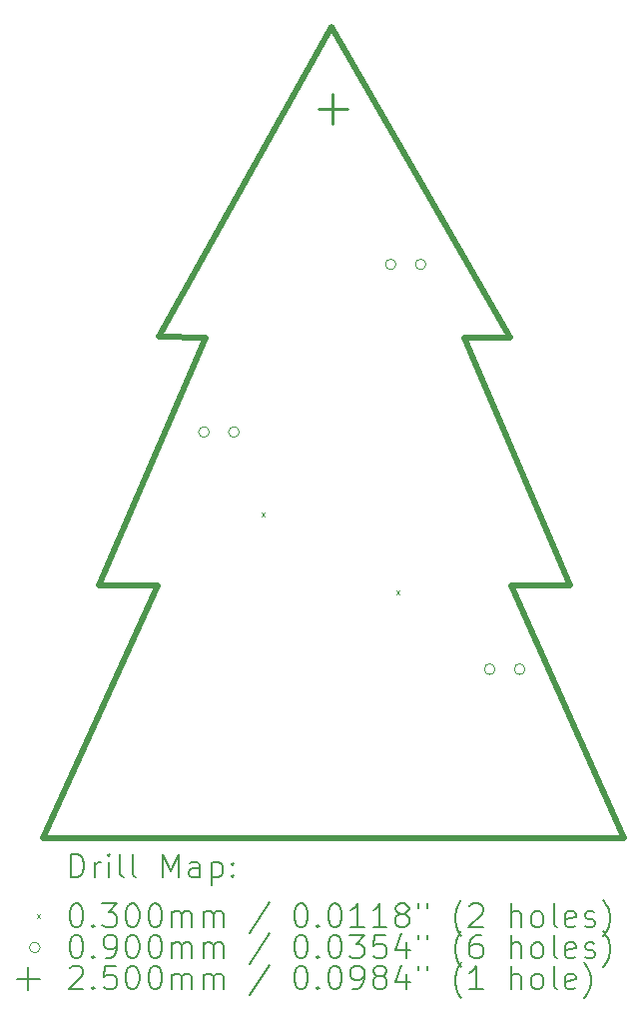
<source format=gbr>
%TF.GenerationSoftware,KiCad,Pcbnew,8.0.4*%
%TF.CreationDate,2024-12-02T20:50:36-07:00*%
%TF.ProjectId,tree,74726565-2e6b-4696-9361-645f70636258,rev?*%
%TF.SameCoordinates,Original*%
%TF.FileFunction,Drillmap*%
%TF.FilePolarity,Positive*%
%FSLAX45Y45*%
G04 Gerber Fmt 4.5, Leading zero omitted, Abs format (unit mm)*
G04 Created by KiCad (PCBNEW 8.0.4) date 2024-12-02 20:50:36*
%MOMM*%
%LPD*%
G01*
G04 APERTURE LIST*
%ADD10C,0.500000*%
%ADD11C,0.200000*%
%ADD12C,0.100000*%
%ADD13C,0.250000*%
G04 APERTURE END LIST*
D10*
X13120857Y-10040963D02*
X12621446Y-10040342D01*
X16621266Y-10040905D02*
X16120410Y-10041979D01*
X13528989Y-7938819D02*
X13129779Y-7933244D01*
X14600000Y-5310000D02*
X16112601Y-7938783D01*
X12621446Y-10040342D02*
X13528989Y-7938819D01*
X13129779Y-7933244D02*
X14600000Y-5310000D01*
X12152020Y-12179984D02*
X13120857Y-10040963D01*
X17079949Y-12179984D02*
X12152020Y-12179984D01*
X16120410Y-10041979D02*
X17079949Y-12179984D01*
X16112601Y-7938783D02*
X15727174Y-7943034D01*
X15727174Y-7943034D02*
X16621266Y-10040905D01*
D11*
D12*
X14005000Y-9425000D02*
X14035000Y-9455000D01*
X14035000Y-9425000D02*
X14005000Y-9455000D01*
X15145000Y-10085000D02*
X15175000Y-10115000D01*
X15175000Y-10085000D02*
X15145000Y-10115000D01*
X13561000Y-8740000D02*
G75*
G02*
X13471000Y-8740000I-45000J0D01*
G01*
X13471000Y-8740000D02*
G75*
G02*
X13561000Y-8740000I45000J0D01*
G01*
X13815000Y-8740000D02*
G75*
G02*
X13725000Y-8740000I-45000J0D01*
G01*
X13725000Y-8740000D02*
G75*
G02*
X13815000Y-8740000I45000J0D01*
G01*
X15145000Y-7320000D02*
G75*
G02*
X15055000Y-7320000I-45000J0D01*
G01*
X15055000Y-7320000D02*
G75*
G02*
X15145000Y-7320000I45000J0D01*
G01*
X15399000Y-7320000D02*
G75*
G02*
X15309000Y-7320000I-45000J0D01*
G01*
X15309000Y-7320000D02*
G75*
G02*
X15399000Y-7320000I45000J0D01*
G01*
X15985000Y-10750000D02*
G75*
G02*
X15895000Y-10750000I-45000J0D01*
G01*
X15895000Y-10750000D02*
G75*
G02*
X15985000Y-10750000I45000J0D01*
G01*
X16239000Y-10750000D02*
G75*
G02*
X16149000Y-10750000I-45000J0D01*
G01*
X16149000Y-10750000D02*
G75*
G02*
X16239000Y-10750000I45000J0D01*
G01*
D13*
X14610000Y-5875000D02*
X14610000Y-6125000D01*
X14485000Y-6000000D02*
X14735000Y-6000000D01*
D11*
X12387797Y-12516468D02*
X12387797Y-12316468D01*
X12387797Y-12316468D02*
X12435416Y-12316468D01*
X12435416Y-12316468D02*
X12463988Y-12325991D01*
X12463988Y-12325991D02*
X12483035Y-12345039D01*
X12483035Y-12345039D02*
X12492559Y-12364087D01*
X12492559Y-12364087D02*
X12502083Y-12402182D01*
X12502083Y-12402182D02*
X12502083Y-12430753D01*
X12502083Y-12430753D02*
X12492559Y-12468849D01*
X12492559Y-12468849D02*
X12483035Y-12487896D01*
X12483035Y-12487896D02*
X12463988Y-12506944D01*
X12463988Y-12506944D02*
X12435416Y-12516468D01*
X12435416Y-12516468D02*
X12387797Y-12516468D01*
X12587797Y-12516468D02*
X12587797Y-12383134D01*
X12587797Y-12421230D02*
X12597321Y-12402182D01*
X12597321Y-12402182D02*
X12606845Y-12392658D01*
X12606845Y-12392658D02*
X12625892Y-12383134D01*
X12625892Y-12383134D02*
X12644940Y-12383134D01*
X12711607Y-12516468D02*
X12711607Y-12383134D01*
X12711607Y-12316468D02*
X12702083Y-12325991D01*
X12702083Y-12325991D02*
X12711607Y-12335515D01*
X12711607Y-12335515D02*
X12721130Y-12325991D01*
X12721130Y-12325991D02*
X12711607Y-12316468D01*
X12711607Y-12316468D02*
X12711607Y-12335515D01*
X12835416Y-12516468D02*
X12816369Y-12506944D01*
X12816369Y-12506944D02*
X12806845Y-12487896D01*
X12806845Y-12487896D02*
X12806845Y-12316468D01*
X12940178Y-12516468D02*
X12921130Y-12506944D01*
X12921130Y-12506944D02*
X12911607Y-12487896D01*
X12911607Y-12487896D02*
X12911607Y-12316468D01*
X13168750Y-12516468D02*
X13168750Y-12316468D01*
X13168750Y-12316468D02*
X13235416Y-12459325D01*
X13235416Y-12459325D02*
X13302083Y-12316468D01*
X13302083Y-12316468D02*
X13302083Y-12516468D01*
X13483035Y-12516468D02*
X13483035Y-12411706D01*
X13483035Y-12411706D02*
X13473511Y-12392658D01*
X13473511Y-12392658D02*
X13454464Y-12383134D01*
X13454464Y-12383134D02*
X13416369Y-12383134D01*
X13416369Y-12383134D02*
X13397321Y-12392658D01*
X13483035Y-12506944D02*
X13463988Y-12516468D01*
X13463988Y-12516468D02*
X13416369Y-12516468D01*
X13416369Y-12516468D02*
X13397321Y-12506944D01*
X13397321Y-12506944D02*
X13387797Y-12487896D01*
X13387797Y-12487896D02*
X13387797Y-12468849D01*
X13387797Y-12468849D02*
X13397321Y-12449801D01*
X13397321Y-12449801D02*
X13416369Y-12440277D01*
X13416369Y-12440277D02*
X13463988Y-12440277D01*
X13463988Y-12440277D02*
X13483035Y-12430753D01*
X13578273Y-12383134D02*
X13578273Y-12583134D01*
X13578273Y-12392658D02*
X13597321Y-12383134D01*
X13597321Y-12383134D02*
X13635416Y-12383134D01*
X13635416Y-12383134D02*
X13654464Y-12392658D01*
X13654464Y-12392658D02*
X13663988Y-12402182D01*
X13663988Y-12402182D02*
X13673511Y-12421230D01*
X13673511Y-12421230D02*
X13673511Y-12478372D01*
X13673511Y-12478372D02*
X13663988Y-12497420D01*
X13663988Y-12497420D02*
X13654464Y-12506944D01*
X13654464Y-12506944D02*
X13635416Y-12516468D01*
X13635416Y-12516468D02*
X13597321Y-12516468D01*
X13597321Y-12516468D02*
X13578273Y-12506944D01*
X13759226Y-12497420D02*
X13768750Y-12506944D01*
X13768750Y-12506944D02*
X13759226Y-12516468D01*
X13759226Y-12516468D02*
X13749702Y-12506944D01*
X13749702Y-12506944D02*
X13759226Y-12497420D01*
X13759226Y-12497420D02*
X13759226Y-12516468D01*
X13759226Y-12392658D02*
X13768750Y-12402182D01*
X13768750Y-12402182D02*
X13759226Y-12411706D01*
X13759226Y-12411706D02*
X13749702Y-12402182D01*
X13749702Y-12402182D02*
X13759226Y-12392658D01*
X13759226Y-12392658D02*
X13759226Y-12411706D01*
D12*
X12097020Y-12829984D02*
X12127020Y-12859984D01*
X12127020Y-12829984D02*
X12097020Y-12859984D01*
D11*
X12425892Y-12736468D02*
X12444940Y-12736468D01*
X12444940Y-12736468D02*
X12463988Y-12745991D01*
X12463988Y-12745991D02*
X12473511Y-12755515D01*
X12473511Y-12755515D02*
X12483035Y-12774563D01*
X12483035Y-12774563D02*
X12492559Y-12812658D01*
X12492559Y-12812658D02*
X12492559Y-12860277D01*
X12492559Y-12860277D02*
X12483035Y-12898372D01*
X12483035Y-12898372D02*
X12473511Y-12917420D01*
X12473511Y-12917420D02*
X12463988Y-12926944D01*
X12463988Y-12926944D02*
X12444940Y-12936468D01*
X12444940Y-12936468D02*
X12425892Y-12936468D01*
X12425892Y-12936468D02*
X12406845Y-12926944D01*
X12406845Y-12926944D02*
X12397321Y-12917420D01*
X12397321Y-12917420D02*
X12387797Y-12898372D01*
X12387797Y-12898372D02*
X12378273Y-12860277D01*
X12378273Y-12860277D02*
X12378273Y-12812658D01*
X12378273Y-12812658D02*
X12387797Y-12774563D01*
X12387797Y-12774563D02*
X12397321Y-12755515D01*
X12397321Y-12755515D02*
X12406845Y-12745991D01*
X12406845Y-12745991D02*
X12425892Y-12736468D01*
X12578273Y-12917420D02*
X12587797Y-12926944D01*
X12587797Y-12926944D02*
X12578273Y-12936468D01*
X12578273Y-12936468D02*
X12568750Y-12926944D01*
X12568750Y-12926944D02*
X12578273Y-12917420D01*
X12578273Y-12917420D02*
X12578273Y-12936468D01*
X12654464Y-12736468D02*
X12778273Y-12736468D01*
X12778273Y-12736468D02*
X12711607Y-12812658D01*
X12711607Y-12812658D02*
X12740178Y-12812658D01*
X12740178Y-12812658D02*
X12759226Y-12822182D01*
X12759226Y-12822182D02*
X12768750Y-12831706D01*
X12768750Y-12831706D02*
X12778273Y-12850753D01*
X12778273Y-12850753D02*
X12778273Y-12898372D01*
X12778273Y-12898372D02*
X12768750Y-12917420D01*
X12768750Y-12917420D02*
X12759226Y-12926944D01*
X12759226Y-12926944D02*
X12740178Y-12936468D01*
X12740178Y-12936468D02*
X12683035Y-12936468D01*
X12683035Y-12936468D02*
X12663988Y-12926944D01*
X12663988Y-12926944D02*
X12654464Y-12917420D01*
X12902083Y-12736468D02*
X12921131Y-12736468D01*
X12921131Y-12736468D02*
X12940178Y-12745991D01*
X12940178Y-12745991D02*
X12949702Y-12755515D01*
X12949702Y-12755515D02*
X12959226Y-12774563D01*
X12959226Y-12774563D02*
X12968750Y-12812658D01*
X12968750Y-12812658D02*
X12968750Y-12860277D01*
X12968750Y-12860277D02*
X12959226Y-12898372D01*
X12959226Y-12898372D02*
X12949702Y-12917420D01*
X12949702Y-12917420D02*
X12940178Y-12926944D01*
X12940178Y-12926944D02*
X12921131Y-12936468D01*
X12921131Y-12936468D02*
X12902083Y-12936468D01*
X12902083Y-12936468D02*
X12883035Y-12926944D01*
X12883035Y-12926944D02*
X12873511Y-12917420D01*
X12873511Y-12917420D02*
X12863988Y-12898372D01*
X12863988Y-12898372D02*
X12854464Y-12860277D01*
X12854464Y-12860277D02*
X12854464Y-12812658D01*
X12854464Y-12812658D02*
X12863988Y-12774563D01*
X12863988Y-12774563D02*
X12873511Y-12755515D01*
X12873511Y-12755515D02*
X12883035Y-12745991D01*
X12883035Y-12745991D02*
X12902083Y-12736468D01*
X13092559Y-12736468D02*
X13111607Y-12736468D01*
X13111607Y-12736468D02*
X13130654Y-12745991D01*
X13130654Y-12745991D02*
X13140178Y-12755515D01*
X13140178Y-12755515D02*
X13149702Y-12774563D01*
X13149702Y-12774563D02*
X13159226Y-12812658D01*
X13159226Y-12812658D02*
X13159226Y-12860277D01*
X13159226Y-12860277D02*
X13149702Y-12898372D01*
X13149702Y-12898372D02*
X13140178Y-12917420D01*
X13140178Y-12917420D02*
X13130654Y-12926944D01*
X13130654Y-12926944D02*
X13111607Y-12936468D01*
X13111607Y-12936468D02*
X13092559Y-12936468D01*
X13092559Y-12936468D02*
X13073511Y-12926944D01*
X13073511Y-12926944D02*
X13063988Y-12917420D01*
X13063988Y-12917420D02*
X13054464Y-12898372D01*
X13054464Y-12898372D02*
X13044940Y-12860277D01*
X13044940Y-12860277D02*
X13044940Y-12812658D01*
X13044940Y-12812658D02*
X13054464Y-12774563D01*
X13054464Y-12774563D02*
X13063988Y-12755515D01*
X13063988Y-12755515D02*
X13073511Y-12745991D01*
X13073511Y-12745991D02*
X13092559Y-12736468D01*
X13244940Y-12936468D02*
X13244940Y-12803134D01*
X13244940Y-12822182D02*
X13254464Y-12812658D01*
X13254464Y-12812658D02*
X13273511Y-12803134D01*
X13273511Y-12803134D02*
X13302083Y-12803134D01*
X13302083Y-12803134D02*
X13321131Y-12812658D01*
X13321131Y-12812658D02*
X13330654Y-12831706D01*
X13330654Y-12831706D02*
X13330654Y-12936468D01*
X13330654Y-12831706D02*
X13340178Y-12812658D01*
X13340178Y-12812658D02*
X13359226Y-12803134D01*
X13359226Y-12803134D02*
X13387797Y-12803134D01*
X13387797Y-12803134D02*
X13406845Y-12812658D01*
X13406845Y-12812658D02*
X13416369Y-12831706D01*
X13416369Y-12831706D02*
X13416369Y-12936468D01*
X13511607Y-12936468D02*
X13511607Y-12803134D01*
X13511607Y-12822182D02*
X13521131Y-12812658D01*
X13521131Y-12812658D02*
X13540178Y-12803134D01*
X13540178Y-12803134D02*
X13568750Y-12803134D01*
X13568750Y-12803134D02*
X13587797Y-12812658D01*
X13587797Y-12812658D02*
X13597321Y-12831706D01*
X13597321Y-12831706D02*
X13597321Y-12936468D01*
X13597321Y-12831706D02*
X13606845Y-12812658D01*
X13606845Y-12812658D02*
X13625892Y-12803134D01*
X13625892Y-12803134D02*
X13654464Y-12803134D01*
X13654464Y-12803134D02*
X13673512Y-12812658D01*
X13673512Y-12812658D02*
X13683035Y-12831706D01*
X13683035Y-12831706D02*
X13683035Y-12936468D01*
X14073512Y-12726944D02*
X13902083Y-12984087D01*
X14330654Y-12736468D02*
X14349702Y-12736468D01*
X14349702Y-12736468D02*
X14368750Y-12745991D01*
X14368750Y-12745991D02*
X14378274Y-12755515D01*
X14378274Y-12755515D02*
X14387797Y-12774563D01*
X14387797Y-12774563D02*
X14397321Y-12812658D01*
X14397321Y-12812658D02*
X14397321Y-12860277D01*
X14397321Y-12860277D02*
X14387797Y-12898372D01*
X14387797Y-12898372D02*
X14378274Y-12917420D01*
X14378274Y-12917420D02*
X14368750Y-12926944D01*
X14368750Y-12926944D02*
X14349702Y-12936468D01*
X14349702Y-12936468D02*
X14330654Y-12936468D01*
X14330654Y-12936468D02*
X14311607Y-12926944D01*
X14311607Y-12926944D02*
X14302083Y-12917420D01*
X14302083Y-12917420D02*
X14292559Y-12898372D01*
X14292559Y-12898372D02*
X14283035Y-12860277D01*
X14283035Y-12860277D02*
X14283035Y-12812658D01*
X14283035Y-12812658D02*
X14292559Y-12774563D01*
X14292559Y-12774563D02*
X14302083Y-12755515D01*
X14302083Y-12755515D02*
X14311607Y-12745991D01*
X14311607Y-12745991D02*
X14330654Y-12736468D01*
X14483035Y-12917420D02*
X14492559Y-12926944D01*
X14492559Y-12926944D02*
X14483035Y-12936468D01*
X14483035Y-12936468D02*
X14473512Y-12926944D01*
X14473512Y-12926944D02*
X14483035Y-12917420D01*
X14483035Y-12917420D02*
X14483035Y-12936468D01*
X14616369Y-12736468D02*
X14635416Y-12736468D01*
X14635416Y-12736468D02*
X14654464Y-12745991D01*
X14654464Y-12745991D02*
X14663988Y-12755515D01*
X14663988Y-12755515D02*
X14673512Y-12774563D01*
X14673512Y-12774563D02*
X14683035Y-12812658D01*
X14683035Y-12812658D02*
X14683035Y-12860277D01*
X14683035Y-12860277D02*
X14673512Y-12898372D01*
X14673512Y-12898372D02*
X14663988Y-12917420D01*
X14663988Y-12917420D02*
X14654464Y-12926944D01*
X14654464Y-12926944D02*
X14635416Y-12936468D01*
X14635416Y-12936468D02*
X14616369Y-12936468D01*
X14616369Y-12936468D02*
X14597321Y-12926944D01*
X14597321Y-12926944D02*
X14587797Y-12917420D01*
X14587797Y-12917420D02*
X14578274Y-12898372D01*
X14578274Y-12898372D02*
X14568750Y-12860277D01*
X14568750Y-12860277D02*
X14568750Y-12812658D01*
X14568750Y-12812658D02*
X14578274Y-12774563D01*
X14578274Y-12774563D02*
X14587797Y-12755515D01*
X14587797Y-12755515D02*
X14597321Y-12745991D01*
X14597321Y-12745991D02*
X14616369Y-12736468D01*
X14873512Y-12936468D02*
X14759226Y-12936468D01*
X14816369Y-12936468D02*
X14816369Y-12736468D01*
X14816369Y-12736468D02*
X14797321Y-12765039D01*
X14797321Y-12765039D02*
X14778274Y-12784087D01*
X14778274Y-12784087D02*
X14759226Y-12793610D01*
X15063988Y-12936468D02*
X14949702Y-12936468D01*
X15006845Y-12936468D02*
X15006845Y-12736468D01*
X15006845Y-12736468D02*
X14987797Y-12765039D01*
X14987797Y-12765039D02*
X14968750Y-12784087D01*
X14968750Y-12784087D02*
X14949702Y-12793610D01*
X15178274Y-12822182D02*
X15159226Y-12812658D01*
X15159226Y-12812658D02*
X15149702Y-12803134D01*
X15149702Y-12803134D02*
X15140178Y-12784087D01*
X15140178Y-12784087D02*
X15140178Y-12774563D01*
X15140178Y-12774563D02*
X15149702Y-12755515D01*
X15149702Y-12755515D02*
X15159226Y-12745991D01*
X15159226Y-12745991D02*
X15178274Y-12736468D01*
X15178274Y-12736468D02*
X15216369Y-12736468D01*
X15216369Y-12736468D02*
X15235416Y-12745991D01*
X15235416Y-12745991D02*
X15244940Y-12755515D01*
X15244940Y-12755515D02*
X15254464Y-12774563D01*
X15254464Y-12774563D02*
X15254464Y-12784087D01*
X15254464Y-12784087D02*
X15244940Y-12803134D01*
X15244940Y-12803134D02*
X15235416Y-12812658D01*
X15235416Y-12812658D02*
X15216369Y-12822182D01*
X15216369Y-12822182D02*
X15178274Y-12822182D01*
X15178274Y-12822182D02*
X15159226Y-12831706D01*
X15159226Y-12831706D02*
X15149702Y-12841230D01*
X15149702Y-12841230D02*
X15140178Y-12860277D01*
X15140178Y-12860277D02*
X15140178Y-12898372D01*
X15140178Y-12898372D02*
X15149702Y-12917420D01*
X15149702Y-12917420D02*
X15159226Y-12926944D01*
X15159226Y-12926944D02*
X15178274Y-12936468D01*
X15178274Y-12936468D02*
X15216369Y-12936468D01*
X15216369Y-12936468D02*
X15235416Y-12926944D01*
X15235416Y-12926944D02*
X15244940Y-12917420D01*
X15244940Y-12917420D02*
X15254464Y-12898372D01*
X15254464Y-12898372D02*
X15254464Y-12860277D01*
X15254464Y-12860277D02*
X15244940Y-12841230D01*
X15244940Y-12841230D02*
X15235416Y-12831706D01*
X15235416Y-12831706D02*
X15216369Y-12822182D01*
X15330655Y-12736468D02*
X15330655Y-12774563D01*
X15406845Y-12736468D02*
X15406845Y-12774563D01*
X15702083Y-13012658D02*
X15692559Y-13003134D01*
X15692559Y-13003134D02*
X15673512Y-12974563D01*
X15673512Y-12974563D02*
X15663988Y-12955515D01*
X15663988Y-12955515D02*
X15654464Y-12926944D01*
X15654464Y-12926944D02*
X15644940Y-12879325D01*
X15644940Y-12879325D02*
X15644940Y-12841230D01*
X15644940Y-12841230D02*
X15654464Y-12793610D01*
X15654464Y-12793610D02*
X15663988Y-12765039D01*
X15663988Y-12765039D02*
X15673512Y-12745991D01*
X15673512Y-12745991D02*
X15692559Y-12717420D01*
X15692559Y-12717420D02*
X15702083Y-12707896D01*
X15768750Y-12755515D02*
X15778274Y-12745991D01*
X15778274Y-12745991D02*
X15797321Y-12736468D01*
X15797321Y-12736468D02*
X15844940Y-12736468D01*
X15844940Y-12736468D02*
X15863988Y-12745991D01*
X15863988Y-12745991D02*
X15873512Y-12755515D01*
X15873512Y-12755515D02*
X15883036Y-12774563D01*
X15883036Y-12774563D02*
X15883036Y-12793610D01*
X15883036Y-12793610D02*
X15873512Y-12822182D01*
X15873512Y-12822182D02*
X15759226Y-12936468D01*
X15759226Y-12936468D02*
X15883036Y-12936468D01*
X16121131Y-12936468D02*
X16121131Y-12736468D01*
X16206845Y-12936468D02*
X16206845Y-12831706D01*
X16206845Y-12831706D02*
X16197321Y-12812658D01*
X16197321Y-12812658D02*
X16178274Y-12803134D01*
X16178274Y-12803134D02*
X16149702Y-12803134D01*
X16149702Y-12803134D02*
X16130655Y-12812658D01*
X16130655Y-12812658D02*
X16121131Y-12822182D01*
X16330655Y-12936468D02*
X16311607Y-12926944D01*
X16311607Y-12926944D02*
X16302083Y-12917420D01*
X16302083Y-12917420D02*
X16292559Y-12898372D01*
X16292559Y-12898372D02*
X16292559Y-12841230D01*
X16292559Y-12841230D02*
X16302083Y-12822182D01*
X16302083Y-12822182D02*
X16311607Y-12812658D01*
X16311607Y-12812658D02*
X16330655Y-12803134D01*
X16330655Y-12803134D02*
X16359226Y-12803134D01*
X16359226Y-12803134D02*
X16378274Y-12812658D01*
X16378274Y-12812658D02*
X16387798Y-12822182D01*
X16387798Y-12822182D02*
X16397321Y-12841230D01*
X16397321Y-12841230D02*
X16397321Y-12898372D01*
X16397321Y-12898372D02*
X16387798Y-12917420D01*
X16387798Y-12917420D02*
X16378274Y-12926944D01*
X16378274Y-12926944D02*
X16359226Y-12936468D01*
X16359226Y-12936468D02*
X16330655Y-12936468D01*
X16511607Y-12936468D02*
X16492559Y-12926944D01*
X16492559Y-12926944D02*
X16483036Y-12907896D01*
X16483036Y-12907896D02*
X16483036Y-12736468D01*
X16663988Y-12926944D02*
X16644940Y-12936468D01*
X16644940Y-12936468D02*
X16606845Y-12936468D01*
X16606845Y-12936468D02*
X16587798Y-12926944D01*
X16587798Y-12926944D02*
X16578274Y-12907896D01*
X16578274Y-12907896D02*
X16578274Y-12831706D01*
X16578274Y-12831706D02*
X16587798Y-12812658D01*
X16587798Y-12812658D02*
X16606845Y-12803134D01*
X16606845Y-12803134D02*
X16644940Y-12803134D01*
X16644940Y-12803134D02*
X16663988Y-12812658D01*
X16663988Y-12812658D02*
X16673512Y-12831706D01*
X16673512Y-12831706D02*
X16673512Y-12850753D01*
X16673512Y-12850753D02*
X16578274Y-12869801D01*
X16749702Y-12926944D02*
X16768750Y-12936468D01*
X16768750Y-12936468D02*
X16806845Y-12936468D01*
X16806845Y-12936468D02*
X16825893Y-12926944D01*
X16825893Y-12926944D02*
X16835417Y-12907896D01*
X16835417Y-12907896D02*
X16835417Y-12898372D01*
X16835417Y-12898372D02*
X16825893Y-12879325D01*
X16825893Y-12879325D02*
X16806845Y-12869801D01*
X16806845Y-12869801D02*
X16778274Y-12869801D01*
X16778274Y-12869801D02*
X16759226Y-12860277D01*
X16759226Y-12860277D02*
X16749702Y-12841230D01*
X16749702Y-12841230D02*
X16749702Y-12831706D01*
X16749702Y-12831706D02*
X16759226Y-12812658D01*
X16759226Y-12812658D02*
X16778274Y-12803134D01*
X16778274Y-12803134D02*
X16806845Y-12803134D01*
X16806845Y-12803134D02*
X16825893Y-12812658D01*
X16902083Y-13012658D02*
X16911607Y-13003134D01*
X16911607Y-13003134D02*
X16930655Y-12974563D01*
X16930655Y-12974563D02*
X16940179Y-12955515D01*
X16940179Y-12955515D02*
X16949702Y-12926944D01*
X16949702Y-12926944D02*
X16959226Y-12879325D01*
X16959226Y-12879325D02*
X16959226Y-12841230D01*
X16959226Y-12841230D02*
X16949702Y-12793610D01*
X16949702Y-12793610D02*
X16940179Y-12765039D01*
X16940179Y-12765039D02*
X16930655Y-12745991D01*
X16930655Y-12745991D02*
X16911607Y-12717420D01*
X16911607Y-12717420D02*
X16902083Y-12707896D01*
D12*
X12127020Y-13108984D02*
G75*
G02*
X12037020Y-13108984I-45000J0D01*
G01*
X12037020Y-13108984D02*
G75*
G02*
X12127020Y-13108984I45000J0D01*
G01*
D11*
X12425892Y-13000468D02*
X12444940Y-13000468D01*
X12444940Y-13000468D02*
X12463988Y-13009991D01*
X12463988Y-13009991D02*
X12473511Y-13019515D01*
X12473511Y-13019515D02*
X12483035Y-13038563D01*
X12483035Y-13038563D02*
X12492559Y-13076658D01*
X12492559Y-13076658D02*
X12492559Y-13124277D01*
X12492559Y-13124277D02*
X12483035Y-13162372D01*
X12483035Y-13162372D02*
X12473511Y-13181420D01*
X12473511Y-13181420D02*
X12463988Y-13190944D01*
X12463988Y-13190944D02*
X12444940Y-13200468D01*
X12444940Y-13200468D02*
X12425892Y-13200468D01*
X12425892Y-13200468D02*
X12406845Y-13190944D01*
X12406845Y-13190944D02*
X12397321Y-13181420D01*
X12397321Y-13181420D02*
X12387797Y-13162372D01*
X12387797Y-13162372D02*
X12378273Y-13124277D01*
X12378273Y-13124277D02*
X12378273Y-13076658D01*
X12378273Y-13076658D02*
X12387797Y-13038563D01*
X12387797Y-13038563D02*
X12397321Y-13019515D01*
X12397321Y-13019515D02*
X12406845Y-13009991D01*
X12406845Y-13009991D02*
X12425892Y-13000468D01*
X12578273Y-13181420D02*
X12587797Y-13190944D01*
X12587797Y-13190944D02*
X12578273Y-13200468D01*
X12578273Y-13200468D02*
X12568750Y-13190944D01*
X12568750Y-13190944D02*
X12578273Y-13181420D01*
X12578273Y-13181420D02*
X12578273Y-13200468D01*
X12683035Y-13200468D02*
X12721130Y-13200468D01*
X12721130Y-13200468D02*
X12740178Y-13190944D01*
X12740178Y-13190944D02*
X12749702Y-13181420D01*
X12749702Y-13181420D02*
X12768750Y-13152849D01*
X12768750Y-13152849D02*
X12778273Y-13114753D01*
X12778273Y-13114753D02*
X12778273Y-13038563D01*
X12778273Y-13038563D02*
X12768750Y-13019515D01*
X12768750Y-13019515D02*
X12759226Y-13009991D01*
X12759226Y-13009991D02*
X12740178Y-13000468D01*
X12740178Y-13000468D02*
X12702083Y-13000468D01*
X12702083Y-13000468D02*
X12683035Y-13009991D01*
X12683035Y-13009991D02*
X12673511Y-13019515D01*
X12673511Y-13019515D02*
X12663988Y-13038563D01*
X12663988Y-13038563D02*
X12663988Y-13086182D01*
X12663988Y-13086182D02*
X12673511Y-13105230D01*
X12673511Y-13105230D02*
X12683035Y-13114753D01*
X12683035Y-13114753D02*
X12702083Y-13124277D01*
X12702083Y-13124277D02*
X12740178Y-13124277D01*
X12740178Y-13124277D02*
X12759226Y-13114753D01*
X12759226Y-13114753D02*
X12768750Y-13105230D01*
X12768750Y-13105230D02*
X12778273Y-13086182D01*
X12902083Y-13000468D02*
X12921131Y-13000468D01*
X12921131Y-13000468D02*
X12940178Y-13009991D01*
X12940178Y-13009991D02*
X12949702Y-13019515D01*
X12949702Y-13019515D02*
X12959226Y-13038563D01*
X12959226Y-13038563D02*
X12968750Y-13076658D01*
X12968750Y-13076658D02*
X12968750Y-13124277D01*
X12968750Y-13124277D02*
X12959226Y-13162372D01*
X12959226Y-13162372D02*
X12949702Y-13181420D01*
X12949702Y-13181420D02*
X12940178Y-13190944D01*
X12940178Y-13190944D02*
X12921131Y-13200468D01*
X12921131Y-13200468D02*
X12902083Y-13200468D01*
X12902083Y-13200468D02*
X12883035Y-13190944D01*
X12883035Y-13190944D02*
X12873511Y-13181420D01*
X12873511Y-13181420D02*
X12863988Y-13162372D01*
X12863988Y-13162372D02*
X12854464Y-13124277D01*
X12854464Y-13124277D02*
X12854464Y-13076658D01*
X12854464Y-13076658D02*
X12863988Y-13038563D01*
X12863988Y-13038563D02*
X12873511Y-13019515D01*
X12873511Y-13019515D02*
X12883035Y-13009991D01*
X12883035Y-13009991D02*
X12902083Y-13000468D01*
X13092559Y-13000468D02*
X13111607Y-13000468D01*
X13111607Y-13000468D02*
X13130654Y-13009991D01*
X13130654Y-13009991D02*
X13140178Y-13019515D01*
X13140178Y-13019515D02*
X13149702Y-13038563D01*
X13149702Y-13038563D02*
X13159226Y-13076658D01*
X13159226Y-13076658D02*
X13159226Y-13124277D01*
X13159226Y-13124277D02*
X13149702Y-13162372D01*
X13149702Y-13162372D02*
X13140178Y-13181420D01*
X13140178Y-13181420D02*
X13130654Y-13190944D01*
X13130654Y-13190944D02*
X13111607Y-13200468D01*
X13111607Y-13200468D02*
X13092559Y-13200468D01*
X13092559Y-13200468D02*
X13073511Y-13190944D01*
X13073511Y-13190944D02*
X13063988Y-13181420D01*
X13063988Y-13181420D02*
X13054464Y-13162372D01*
X13054464Y-13162372D02*
X13044940Y-13124277D01*
X13044940Y-13124277D02*
X13044940Y-13076658D01*
X13044940Y-13076658D02*
X13054464Y-13038563D01*
X13054464Y-13038563D02*
X13063988Y-13019515D01*
X13063988Y-13019515D02*
X13073511Y-13009991D01*
X13073511Y-13009991D02*
X13092559Y-13000468D01*
X13244940Y-13200468D02*
X13244940Y-13067134D01*
X13244940Y-13086182D02*
X13254464Y-13076658D01*
X13254464Y-13076658D02*
X13273511Y-13067134D01*
X13273511Y-13067134D02*
X13302083Y-13067134D01*
X13302083Y-13067134D02*
X13321131Y-13076658D01*
X13321131Y-13076658D02*
X13330654Y-13095706D01*
X13330654Y-13095706D02*
X13330654Y-13200468D01*
X13330654Y-13095706D02*
X13340178Y-13076658D01*
X13340178Y-13076658D02*
X13359226Y-13067134D01*
X13359226Y-13067134D02*
X13387797Y-13067134D01*
X13387797Y-13067134D02*
X13406845Y-13076658D01*
X13406845Y-13076658D02*
X13416369Y-13095706D01*
X13416369Y-13095706D02*
X13416369Y-13200468D01*
X13511607Y-13200468D02*
X13511607Y-13067134D01*
X13511607Y-13086182D02*
X13521131Y-13076658D01*
X13521131Y-13076658D02*
X13540178Y-13067134D01*
X13540178Y-13067134D02*
X13568750Y-13067134D01*
X13568750Y-13067134D02*
X13587797Y-13076658D01*
X13587797Y-13076658D02*
X13597321Y-13095706D01*
X13597321Y-13095706D02*
X13597321Y-13200468D01*
X13597321Y-13095706D02*
X13606845Y-13076658D01*
X13606845Y-13076658D02*
X13625892Y-13067134D01*
X13625892Y-13067134D02*
X13654464Y-13067134D01*
X13654464Y-13067134D02*
X13673512Y-13076658D01*
X13673512Y-13076658D02*
X13683035Y-13095706D01*
X13683035Y-13095706D02*
X13683035Y-13200468D01*
X14073512Y-12990944D02*
X13902083Y-13248087D01*
X14330654Y-13000468D02*
X14349702Y-13000468D01*
X14349702Y-13000468D02*
X14368750Y-13009991D01*
X14368750Y-13009991D02*
X14378274Y-13019515D01*
X14378274Y-13019515D02*
X14387797Y-13038563D01*
X14387797Y-13038563D02*
X14397321Y-13076658D01*
X14397321Y-13076658D02*
X14397321Y-13124277D01*
X14397321Y-13124277D02*
X14387797Y-13162372D01*
X14387797Y-13162372D02*
X14378274Y-13181420D01*
X14378274Y-13181420D02*
X14368750Y-13190944D01*
X14368750Y-13190944D02*
X14349702Y-13200468D01*
X14349702Y-13200468D02*
X14330654Y-13200468D01*
X14330654Y-13200468D02*
X14311607Y-13190944D01*
X14311607Y-13190944D02*
X14302083Y-13181420D01*
X14302083Y-13181420D02*
X14292559Y-13162372D01*
X14292559Y-13162372D02*
X14283035Y-13124277D01*
X14283035Y-13124277D02*
X14283035Y-13076658D01*
X14283035Y-13076658D02*
X14292559Y-13038563D01*
X14292559Y-13038563D02*
X14302083Y-13019515D01*
X14302083Y-13019515D02*
X14311607Y-13009991D01*
X14311607Y-13009991D02*
X14330654Y-13000468D01*
X14483035Y-13181420D02*
X14492559Y-13190944D01*
X14492559Y-13190944D02*
X14483035Y-13200468D01*
X14483035Y-13200468D02*
X14473512Y-13190944D01*
X14473512Y-13190944D02*
X14483035Y-13181420D01*
X14483035Y-13181420D02*
X14483035Y-13200468D01*
X14616369Y-13000468D02*
X14635416Y-13000468D01*
X14635416Y-13000468D02*
X14654464Y-13009991D01*
X14654464Y-13009991D02*
X14663988Y-13019515D01*
X14663988Y-13019515D02*
X14673512Y-13038563D01*
X14673512Y-13038563D02*
X14683035Y-13076658D01*
X14683035Y-13076658D02*
X14683035Y-13124277D01*
X14683035Y-13124277D02*
X14673512Y-13162372D01*
X14673512Y-13162372D02*
X14663988Y-13181420D01*
X14663988Y-13181420D02*
X14654464Y-13190944D01*
X14654464Y-13190944D02*
X14635416Y-13200468D01*
X14635416Y-13200468D02*
X14616369Y-13200468D01*
X14616369Y-13200468D02*
X14597321Y-13190944D01*
X14597321Y-13190944D02*
X14587797Y-13181420D01*
X14587797Y-13181420D02*
X14578274Y-13162372D01*
X14578274Y-13162372D02*
X14568750Y-13124277D01*
X14568750Y-13124277D02*
X14568750Y-13076658D01*
X14568750Y-13076658D02*
X14578274Y-13038563D01*
X14578274Y-13038563D02*
X14587797Y-13019515D01*
X14587797Y-13019515D02*
X14597321Y-13009991D01*
X14597321Y-13009991D02*
X14616369Y-13000468D01*
X14749702Y-13000468D02*
X14873512Y-13000468D01*
X14873512Y-13000468D02*
X14806845Y-13076658D01*
X14806845Y-13076658D02*
X14835416Y-13076658D01*
X14835416Y-13076658D02*
X14854464Y-13086182D01*
X14854464Y-13086182D02*
X14863988Y-13095706D01*
X14863988Y-13095706D02*
X14873512Y-13114753D01*
X14873512Y-13114753D02*
X14873512Y-13162372D01*
X14873512Y-13162372D02*
X14863988Y-13181420D01*
X14863988Y-13181420D02*
X14854464Y-13190944D01*
X14854464Y-13190944D02*
X14835416Y-13200468D01*
X14835416Y-13200468D02*
X14778274Y-13200468D01*
X14778274Y-13200468D02*
X14759226Y-13190944D01*
X14759226Y-13190944D02*
X14749702Y-13181420D01*
X15054464Y-13000468D02*
X14959226Y-13000468D01*
X14959226Y-13000468D02*
X14949702Y-13095706D01*
X14949702Y-13095706D02*
X14959226Y-13086182D01*
X14959226Y-13086182D02*
X14978274Y-13076658D01*
X14978274Y-13076658D02*
X15025893Y-13076658D01*
X15025893Y-13076658D02*
X15044940Y-13086182D01*
X15044940Y-13086182D02*
X15054464Y-13095706D01*
X15054464Y-13095706D02*
X15063988Y-13114753D01*
X15063988Y-13114753D02*
X15063988Y-13162372D01*
X15063988Y-13162372D02*
X15054464Y-13181420D01*
X15054464Y-13181420D02*
X15044940Y-13190944D01*
X15044940Y-13190944D02*
X15025893Y-13200468D01*
X15025893Y-13200468D02*
X14978274Y-13200468D01*
X14978274Y-13200468D02*
X14959226Y-13190944D01*
X14959226Y-13190944D02*
X14949702Y-13181420D01*
X15235416Y-13067134D02*
X15235416Y-13200468D01*
X15187797Y-12990944D02*
X15140178Y-13133801D01*
X15140178Y-13133801D02*
X15263988Y-13133801D01*
X15330655Y-13000468D02*
X15330655Y-13038563D01*
X15406845Y-13000468D02*
X15406845Y-13038563D01*
X15702083Y-13276658D02*
X15692559Y-13267134D01*
X15692559Y-13267134D02*
X15673512Y-13238563D01*
X15673512Y-13238563D02*
X15663988Y-13219515D01*
X15663988Y-13219515D02*
X15654464Y-13190944D01*
X15654464Y-13190944D02*
X15644940Y-13143325D01*
X15644940Y-13143325D02*
X15644940Y-13105230D01*
X15644940Y-13105230D02*
X15654464Y-13057610D01*
X15654464Y-13057610D02*
X15663988Y-13029039D01*
X15663988Y-13029039D02*
X15673512Y-13009991D01*
X15673512Y-13009991D02*
X15692559Y-12981420D01*
X15692559Y-12981420D02*
X15702083Y-12971896D01*
X15863988Y-13000468D02*
X15825893Y-13000468D01*
X15825893Y-13000468D02*
X15806845Y-13009991D01*
X15806845Y-13009991D02*
X15797321Y-13019515D01*
X15797321Y-13019515D02*
X15778274Y-13048087D01*
X15778274Y-13048087D02*
X15768750Y-13086182D01*
X15768750Y-13086182D02*
X15768750Y-13162372D01*
X15768750Y-13162372D02*
X15778274Y-13181420D01*
X15778274Y-13181420D02*
X15787797Y-13190944D01*
X15787797Y-13190944D02*
X15806845Y-13200468D01*
X15806845Y-13200468D02*
X15844940Y-13200468D01*
X15844940Y-13200468D02*
X15863988Y-13190944D01*
X15863988Y-13190944D02*
X15873512Y-13181420D01*
X15873512Y-13181420D02*
X15883036Y-13162372D01*
X15883036Y-13162372D02*
X15883036Y-13114753D01*
X15883036Y-13114753D02*
X15873512Y-13095706D01*
X15873512Y-13095706D02*
X15863988Y-13086182D01*
X15863988Y-13086182D02*
X15844940Y-13076658D01*
X15844940Y-13076658D02*
X15806845Y-13076658D01*
X15806845Y-13076658D02*
X15787797Y-13086182D01*
X15787797Y-13086182D02*
X15778274Y-13095706D01*
X15778274Y-13095706D02*
X15768750Y-13114753D01*
X16121131Y-13200468D02*
X16121131Y-13000468D01*
X16206845Y-13200468D02*
X16206845Y-13095706D01*
X16206845Y-13095706D02*
X16197321Y-13076658D01*
X16197321Y-13076658D02*
X16178274Y-13067134D01*
X16178274Y-13067134D02*
X16149702Y-13067134D01*
X16149702Y-13067134D02*
X16130655Y-13076658D01*
X16130655Y-13076658D02*
X16121131Y-13086182D01*
X16330655Y-13200468D02*
X16311607Y-13190944D01*
X16311607Y-13190944D02*
X16302083Y-13181420D01*
X16302083Y-13181420D02*
X16292559Y-13162372D01*
X16292559Y-13162372D02*
X16292559Y-13105230D01*
X16292559Y-13105230D02*
X16302083Y-13086182D01*
X16302083Y-13086182D02*
X16311607Y-13076658D01*
X16311607Y-13076658D02*
X16330655Y-13067134D01*
X16330655Y-13067134D02*
X16359226Y-13067134D01*
X16359226Y-13067134D02*
X16378274Y-13076658D01*
X16378274Y-13076658D02*
X16387798Y-13086182D01*
X16387798Y-13086182D02*
X16397321Y-13105230D01*
X16397321Y-13105230D02*
X16397321Y-13162372D01*
X16397321Y-13162372D02*
X16387798Y-13181420D01*
X16387798Y-13181420D02*
X16378274Y-13190944D01*
X16378274Y-13190944D02*
X16359226Y-13200468D01*
X16359226Y-13200468D02*
X16330655Y-13200468D01*
X16511607Y-13200468D02*
X16492559Y-13190944D01*
X16492559Y-13190944D02*
X16483036Y-13171896D01*
X16483036Y-13171896D02*
X16483036Y-13000468D01*
X16663988Y-13190944D02*
X16644940Y-13200468D01*
X16644940Y-13200468D02*
X16606845Y-13200468D01*
X16606845Y-13200468D02*
X16587798Y-13190944D01*
X16587798Y-13190944D02*
X16578274Y-13171896D01*
X16578274Y-13171896D02*
X16578274Y-13095706D01*
X16578274Y-13095706D02*
X16587798Y-13076658D01*
X16587798Y-13076658D02*
X16606845Y-13067134D01*
X16606845Y-13067134D02*
X16644940Y-13067134D01*
X16644940Y-13067134D02*
X16663988Y-13076658D01*
X16663988Y-13076658D02*
X16673512Y-13095706D01*
X16673512Y-13095706D02*
X16673512Y-13114753D01*
X16673512Y-13114753D02*
X16578274Y-13133801D01*
X16749702Y-13190944D02*
X16768750Y-13200468D01*
X16768750Y-13200468D02*
X16806845Y-13200468D01*
X16806845Y-13200468D02*
X16825893Y-13190944D01*
X16825893Y-13190944D02*
X16835417Y-13171896D01*
X16835417Y-13171896D02*
X16835417Y-13162372D01*
X16835417Y-13162372D02*
X16825893Y-13143325D01*
X16825893Y-13143325D02*
X16806845Y-13133801D01*
X16806845Y-13133801D02*
X16778274Y-13133801D01*
X16778274Y-13133801D02*
X16759226Y-13124277D01*
X16759226Y-13124277D02*
X16749702Y-13105230D01*
X16749702Y-13105230D02*
X16749702Y-13095706D01*
X16749702Y-13095706D02*
X16759226Y-13076658D01*
X16759226Y-13076658D02*
X16778274Y-13067134D01*
X16778274Y-13067134D02*
X16806845Y-13067134D01*
X16806845Y-13067134D02*
X16825893Y-13076658D01*
X16902083Y-13276658D02*
X16911607Y-13267134D01*
X16911607Y-13267134D02*
X16930655Y-13238563D01*
X16930655Y-13238563D02*
X16940179Y-13219515D01*
X16940179Y-13219515D02*
X16949702Y-13190944D01*
X16949702Y-13190944D02*
X16959226Y-13143325D01*
X16959226Y-13143325D02*
X16959226Y-13105230D01*
X16959226Y-13105230D02*
X16949702Y-13057610D01*
X16949702Y-13057610D02*
X16940179Y-13029039D01*
X16940179Y-13029039D02*
X16930655Y-13009991D01*
X16930655Y-13009991D02*
X16911607Y-12981420D01*
X16911607Y-12981420D02*
X16902083Y-12971896D01*
X12027020Y-13272984D02*
X12027020Y-13472984D01*
X11927020Y-13372984D02*
X12127020Y-13372984D01*
X12378273Y-13283515D02*
X12387797Y-13273991D01*
X12387797Y-13273991D02*
X12406845Y-13264468D01*
X12406845Y-13264468D02*
X12454464Y-13264468D01*
X12454464Y-13264468D02*
X12473511Y-13273991D01*
X12473511Y-13273991D02*
X12483035Y-13283515D01*
X12483035Y-13283515D02*
X12492559Y-13302563D01*
X12492559Y-13302563D02*
X12492559Y-13321610D01*
X12492559Y-13321610D02*
X12483035Y-13350182D01*
X12483035Y-13350182D02*
X12368750Y-13464468D01*
X12368750Y-13464468D02*
X12492559Y-13464468D01*
X12578273Y-13445420D02*
X12587797Y-13454944D01*
X12587797Y-13454944D02*
X12578273Y-13464468D01*
X12578273Y-13464468D02*
X12568750Y-13454944D01*
X12568750Y-13454944D02*
X12578273Y-13445420D01*
X12578273Y-13445420D02*
X12578273Y-13464468D01*
X12768750Y-13264468D02*
X12673511Y-13264468D01*
X12673511Y-13264468D02*
X12663988Y-13359706D01*
X12663988Y-13359706D02*
X12673511Y-13350182D01*
X12673511Y-13350182D02*
X12692559Y-13340658D01*
X12692559Y-13340658D02*
X12740178Y-13340658D01*
X12740178Y-13340658D02*
X12759226Y-13350182D01*
X12759226Y-13350182D02*
X12768750Y-13359706D01*
X12768750Y-13359706D02*
X12778273Y-13378753D01*
X12778273Y-13378753D02*
X12778273Y-13426372D01*
X12778273Y-13426372D02*
X12768750Y-13445420D01*
X12768750Y-13445420D02*
X12759226Y-13454944D01*
X12759226Y-13454944D02*
X12740178Y-13464468D01*
X12740178Y-13464468D02*
X12692559Y-13464468D01*
X12692559Y-13464468D02*
X12673511Y-13454944D01*
X12673511Y-13454944D02*
X12663988Y-13445420D01*
X12902083Y-13264468D02*
X12921131Y-13264468D01*
X12921131Y-13264468D02*
X12940178Y-13273991D01*
X12940178Y-13273991D02*
X12949702Y-13283515D01*
X12949702Y-13283515D02*
X12959226Y-13302563D01*
X12959226Y-13302563D02*
X12968750Y-13340658D01*
X12968750Y-13340658D02*
X12968750Y-13388277D01*
X12968750Y-13388277D02*
X12959226Y-13426372D01*
X12959226Y-13426372D02*
X12949702Y-13445420D01*
X12949702Y-13445420D02*
X12940178Y-13454944D01*
X12940178Y-13454944D02*
X12921131Y-13464468D01*
X12921131Y-13464468D02*
X12902083Y-13464468D01*
X12902083Y-13464468D02*
X12883035Y-13454944D01*
X12883035Y-13454944D02*
X12873511Y-13445420D01*
X12873511Y-13445420D02*
X12863988Y-13426372D01*
X12863988Y-13426372D02*
X12854464Y-13388277D01*
X12854464Y-13388277D02*
X12854464Y-13340658D01*
X12854464Y-13340658D02*
X12863988Y-13302563D01*
X12863988Y-13302563D02*
X12873511Y-13283515D01*
X12873511Y-13283515D02*
X12883035Y-13273991D01*
X12883035Y-13273991D02*
X12902083Y-13264468D01*
X13092559Y-13264468D02*
X13111607Y-13264468D01*
X13111607Y-13264468D02*
X13130654Y-13273991D01*
X13130654Y-13273991D02*
X13140178Y-13283515D01*
X13140178Y-13283515D02*
X13149702Y-13302563D01*
X13149702Y-13302563D02*
X13159226Y-13340658D01*
X13159226Y-13340658D02*
X13159226Y-13388277D01*
X13159226Y-13388277D02*
X13149702Y-13426372D01*
X13149702Y-13426372D02*
X13140178Y-13445420D01*
X13140178Y-13445420D02*
X13130654Y-13454944D01*
X13130654Y-13454944D02*
X13111607Y-13464468D01*
X13111607Y-13464468D02*
X13092559Y-13464468D01*
X13092559Y-13464468D02*
X13073511Y-13454944D01*
X13073511Y-13454944D02*
X13063988Y-13445420D01*
X13063988Y-13445420D02*
X13054464Y-13426372D01*
X13054464Y-13426372D02*
X13044940Y-13388277D01*
X13044940Y-13388277D02*
X13044940Y-13340658D01*
X13044940Y-13340658D02*
X13054464Y-13302563D01*
X13054464Y-13302563D02*
X13063988Y-13283515D01*
X13063988Y-13283515D02*
X13073511Y-13273991D01*
X13073511Y-13273991D02*
X13092559Y-13264468D01*
X13244940Y-13464468D02*
X13244940Y-13331134D01*
X13244940Y-13350182D02*
X13254464Y-13340658D01*
X13254464Y-13340658D02*
X13273511Y-13331134D01*
X13273511Y-13331134D02*
X13302083Y-13331134D01*
X13302083Y-13331134D02*
X13321131Y-13340658D01*
X13321131Y-13340658D02*
X13330654Y-13359706D01*
X13330654Y-13359706D02*
X13330654Y-13464468D01*
X13330654Y-13359706D02*
X13340178Y-13340658D01*
X13340178Y-13340658D02*
X13359226Y-13331134D01*
X13359226Y-13331134D02*
X13387797Y-13331134D01*
X13387797Y-13331134D02*
X13406845Y-13340658D01*
X13406845Y-13340658D02*
X13416369Y-13359706D01*
X13416369Y-13359706D02*
X13416369Y-13464468D01*
X13511607Y-13464468D02*
X13511607Y-13331134D01*
X13511607Y-13350182D02*
X13521131Y-13340658D01*
X13521131Y-13340658D02*
X13540178Y-13331134D01*
X13540178Y-13331134D02*
X13568750Y-13331134D01*
X13568750Y-13331134D02*
X13587797Y-13340658D01*
X13587797Y-13340658D02*
X13597321Y-13359706D01*
X13597321Y-13359706D02*
X13597321Y-13464468D01*
X13597321Y-13359706D02*
X13606845Y-13340658D01*
X13606845Y-13340658D02*
X13625892Y-13331134D01*
X13625892Y-13331134D02*
X13654464Y-13331134D01*
X13654464Y-13331134D02*
X13673512Y-13340658D01*
X13673512Y-13340658D02*
X13683035Y-13359706D01*
X13683035Y-13359706D02*
X13683035Y-13464468D01*
X14073512Y-13254944D02*
X13902083Y-13512087D01*
X14330654Y-13264468D02*
X14349702Y-13264468D01*
X14349702Y-13264468D02*
X14368750Y-13273991D01*
X14368750Y-13273991D02*
X14378274Y-13283515D01*
X14378274Y-13283515D02*
X14387797Y-13302563D01*
X14387797Y-13302563D02*
X14397321Y-13340658D01*
X14397321Y-13340658D02*
X14397321Y-13388277D01*
X14397321Y-13388277D02*
X14387797Y-13426372D01*
X14387797Y-13426372D02*
X14378274Y-13445420D01*
X14378274Y-13445420D02*
X14368750Y-13454944D01*
X14368750Y-13454944D02*
X14349702Y-13464468D01*
X14349702Y-13464468D02*
X14330654Y-13464468D01*
X14330654Y-13464468D02*
X14311607Y-13454944D01*
X14311607Y-13454944D02*
X14302083Y-13445420D01*
X14302083Y-13445420D02*
X14292559Y-13426372D01*
X14292559Y-13426372D02*
X14283035Y-13388277D01*
X14283035Y-13388277D02*
X14283035Y-13340658D01*
X14283035Y-13340658D02*
X14292559Y-13302563D01*
X14292559Y-13302563D02*
X14302083Y-13283515D01*
X14302083Y-13283515D02*
X14311607Y-13273991D01*
X14311607Y-13273991D02*
X14330654Y-13264468D01*
X14483035Y-13445420D02*
X14492559Y-13454944D01*
X14492559Y-13454944D02*
X14483035Y-13464468D01*
X14483035Y-13464468D02*
X14473512Y-13454944D01*
X14473512Y-13454944D02*
X14483035Y-13445420D01*
X14483035Y-13445420D02*
X14483035Y-13464468D01*
X14616369Y-13264468D02*
X14635416Y-13264468D01*
X14635416Y-13264468D02*
X14654464Y-13273991D01*
X14654464Y-13273991D02*
X14663988Y-13283515D01*
X14663988Y-13283515D02*
X14673512Y-13302563D01*
X14673512Y-13302563D02*
X14683035Y-13340658D01*
X14683035Y-13340658D02*
X14683035Y-13388277D01*
X14683035Y-13388277D02*
X14673512Y-13426372D01*
X14673512Y-13426372D02*
X14663988Y-13445420D01*
X14663988Y-13445420D02*
X14654464Y-13454944D01*
X14654464Y-13454944D02*
X14635416Y-13464468D01*
X14635416Y-13464468D02*
X14616369Y-13464468D01*
X14616369Y-13464468D02*
X14597321Y-13454944D01*
X14597321Y-13454944D02*
X14587797Y-13445420D01*
X14587797Y-13445420D02*
X14578274Y-13426372D01*
X14578274Y-13426372D02*
X14568750Y-13388277D01*
X14568750Y-13388277D02*
X14568750Y-13340658D01*
X14568750Y-13340658D02*
X14578274Y-13302563D01*
X14578274Y-13302563D02*
X14587797Y-13283515D01*
X14587797Y-13283515D02*
X14597321Y-13273991D01*
X14597321Y-13273991D02*
X14616369Y-13264468D01*
X14778274Y-13464468D02*
X14816369Y-13464468D01*
X14816369Y-13464468D02*
X14835416Y-13454944D01*
X14835416Y-13454944D02*
X14844940Y-13445420D01*
X14844940Y-13445420D02*
X14863988Y-13416849D01*
X14863988Y-13416849D02*
X14873512Y-13378753D01*
X14873512Y-13378753D02*
X14873512Y-13302563D01*
X14873512Y-13302563D02*
X14863988Y-13283515D01*
X14863988Y-13283515D02*
X14854464Y-13273991D01*
X14854464Y-13273991D02*
X14835416Y-13264468D01*
X14835416Y-13264468D02*
X14797321Y-13264468D01*
X14797321Y-13264468D02*
X14778274Y-13273991D01*
X14778274Y-13273991D02*
X14768750Y-13283515D01*
X14768750Y-13283515D02*
X14759226Y-13302563D01*
X14759226Y-13302563D02*
X14759226Y-13350182D01*
X14759226Y-13350182D02*
X14768750Y-13369230D01*
X14768750Y-13369230D02*
X14778274Y-13378753D01*
X14778274Y-13378753D02*
X14797321Y-13388277D01*
X14797321Y-13388277D02*
X14835416Y-13388277D01*
X14835416Y-13388277D02*
X14854464Y-13378753D01*
X14854464Y-13378753D02*
X14863988Y-13369230D01*
X14863988Y-13369230D02*
X14873512Y-13350182D01*
X14987797Y-13350182D02*
X14968750Y-13340658D01*
X14968750Y-13340658D02*
X14959226Y-13331134D01*
X14959226Y-13331134D02*
X14949702Y-13312087D01*
X14949702Y-13312087D02*
X14949702Y-13302563D01*
X14949702Y-13302563D02*
X14959226Y-13283515D01*
X14959226Y-13283515D02*
X14968750Y-13273991D01*
X14968750Y-13273991D02*
X14987797Y-13264468D01*
X14987797Y-13264468D02*
X15025893Y-13264468D01*
X15025893Y-13264468D02*
X15044940Y-13273991D01*
X15044940Y-13273991D02*
X15054464Y-13283515D01*
X15054464Y-13283515D02*
X15063988Y-13302563D01*
X15063988Y-13302563D02*
X15063988Y-13312087D01*
X15063988Y-13312087D02*
X15054464Y-13331134D01*
X15054464Y-13331134D02*
X15044940Y-13340658D01*
X15044940Y-13340658D02*
X15025893Y-13350182D01*
X15025893Y-13350182D02*
X14987797Y-13350182D01*
X14987797Y-13350182D02*
X14968750Y-13359706D01*
X14968750Y-13359706D02*
X14959226Y-13369230D01*
X14959226Y-13369230D02*
X14949702Y-13388277D01*
X14949702Y-13388277D02*
X14949702Y-13426372D01*
X14949702Y-13426372D02*
X14959226Y-13445420D01*
X14959226Y-13445420D02*
X14968750Y-13454944D01*
X14968750Y-13454944D02*
X14987797Y-13464468D01*
X14987797Y-13464468D02*
X15025893Y-13464468D01*
X15025893Y-13464468D02*
X15044940Y-13454944D01*
X15044940Y-13454944D02*
X15054464Y-13445420D01*
X15054464Y-13445420D02*
X15063988Y-13426372D01*
X15063988Y-13426372D02*
X15063988Y-13388277D01*
X15063988Y-13388277D02*
X15054464Y-13369230D01*
X15054464Y-13369230D02*
X15044940Y-13359706D01*
X15044940Y-13359706D02*
X15025893Y-13350182D01*
X15235416Y-13331134D02*
X15235416Y-13464468D01*
X15187797Y-13254944D02*
X15140178Y-13397801D01*
X15140178Y-13397801D02*
X15263988Y-13397801D01*
X15330655Y-13264468D02*
X15330655Y-13302563D01*
X15406845Y-13264468D02*
X15406845Y-13302563D01*
X15702083Y-13540658D02*
X15692559Y-13531134D01*
X15692559Y-13531134D02*
X15673512Y-13502563D01*
X15673512Y-13502563D02*
X15663988Y-13483515D01*
X15663988Y-13483515D02*
X15654464Y-13454944D01*
X15654464Y-13454944D02*
X15644940Y-13407325D01*
X15644940Y-13407325D02*
X15644940Y-13369230D01*
X15644940Y-13369230D02*
X15654464Y-13321610D01*
X15654464Y-13321610D02*
X15663988Y-13293039D01*
X15663988Y-13293039D02*
X15673512Y-13273991D01*
X15673512Y-13273991D02*
X15692559Y-13245420D01*
X15692559Y-13245420D02*
X15702083Y-13235896D01*
X15883036Y-13464468D02*
X15768750Y-13464468D01*
X15825893Y-13464468D02*
X15825893Y-13264468D01*
X15825893Y-13264468D02*
X15806845Y-13293039D01*
X15806845Y-13293039D02*
X15787797Y-13312087D01*
X15787797Y-13312087D02*
X15768750Y-13321610D01*
X16121131Y-13464468D02*
X16121131Y-13264468D01*
X16206845Y-13464468D02*
X16206845Y-13359706D01*
X16206845Y-13359706D02*
X16197321Y-13340658D01*
X16197321Y-13340658D02*
X16178274Y-13331134D01*
X16178274Y-13331134D02*
X16149702Y-13331134D01*
X16149702Y-13331134D02*
X16130655Y-13340658D01*
X16130655Y-13340658D02*
X16121131Y-13350182D01*
X16330655Y-13464468D02*
X16311607Y-13454944D01*
X16311607Y-13454944D02*
X16302083Y-13445420D01*
X16302083Y-13445420D02*
X16292559Y-13426372D01*
X16292559Y-13426372D02*
X16292559Y-13369230D01*
X16292559Y-13369230D02*
X16302083Y-13350182D01*
X16302083Y-13350182D02*
X16311607Y-13340658D01*
X16311607Y-13340658D02*
X16330655Y-13331134D01*
X16330655Y-13331134D02*
X16359226Y-13331134D01*
X16359226Y-13331134D02*
X16378274Y-13340658D01*
X16378274Y-13340658D02*
X16387798Y-13350182D01*
X16387798Y-13350182D02*
X16397321Y-13369230D01*
X16397321Y-13369230D02*
X16397321Y-13426372D01*
X16397321Y-13426372D02*
X16387798Y-13445420D01*
X16387798Y-13445420D02*
X16378274Y-13454944D01*
X16378274Y-13454944D02*
X16359226Y-13464468D01*
X16359226Y-13464468D02*
X16330655Y-13464468D01*
X16511607Y-13464468D02*
X16492559Y-13454944D01*
X16492559Y-13454944D02*
X16483036Y-13435896D01*
X16483036Y-13435896D02*
X16483036Y-13264468D01*
X16663988Y-13454944D02*
X16644940Y-13464468D01*
X16644940Y-13464468D02*
X16606845Y-13464468D01*
X16606845Y-13464468D02*
X16587798Y-13454944D01*
X16587798Y-13454944D02*
X16578274Y-13435896D01*
X16578274Y-13435896D02*
X16578274Y-13359706D01*
X16578274Y-13359706D02*
X16587798Y-13340658D01*
X16587798Y-13340658D02*
X16606845Y-13331134D01*
X16606845Y-13331134D02*
X16644940Y-13331134D01*
X16644940Y-13331134D02*
X16663988Y-13340658D01*
X16663988Y-13340658D02*
X16673512Y-13359706D01*
X16673512Y-13359706D02*
X16673512Y-13378753D01*
X16673512Y-13378753D02*
X16578274Y-13397801D01*
X16740179Y-13540658D02*
X16749702Y-13531134D01*
X16749702Y-13531134D02*
X16768750Y-13502563D01*
X16768750Y-13502563D02*
X16778274Y-13483515D01*
X16778274Y-13483515D02*
X16787798Y-13454944D01*
X16787798Y-13454944D02*
X16797321Y-13407325D01*
X16797321Y-13407325D02*
X16797321Y-13369230D01*
X16797321Y-13369230D02*
X16787798Y-13321610D01*
X16787798Y-13321610D02*
X16778274Y-13293039D01*
X16778274Y-13293039D02*
X16768750Y-13273991D01*
X16768750Y-13273991D02*
X16749702Y-13245420D01*
X16749702Y-13245420D02*
X16740179Y-13235896D01*
M02*

</source>
